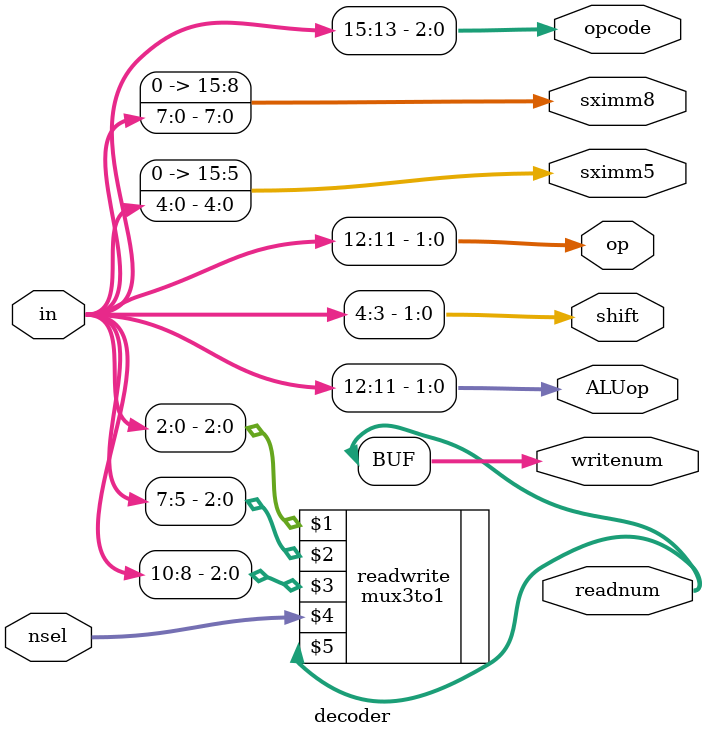
<source format=v>
module decoder(in,nsel,ALUop,sximm5,sximm8,shift,readnum,writenum,opcode,op);
    input [15:0] in;
    input [1:0] nsel;
    output [15:0] sximm5, sximm8;
    output [2:0] readnum,writenum,opcode;
    output [1:0] ALUop,shift,op;
    

    assign opcode = in[15:13];  
    assign op = in[12:11];
    assign ALUop = in[12:11];
    assign sximm5 = {11'b0,in[4:0]};
    assign sximm8 = {8'b0,in[7:0]};
    assign shift = in[4:3];
    mux3to1 #(3) readwrite(in[2:0],in[7:5],in[10:8],nsel,readnum);
    assign readnum = writenum;
endmodule
</source>
